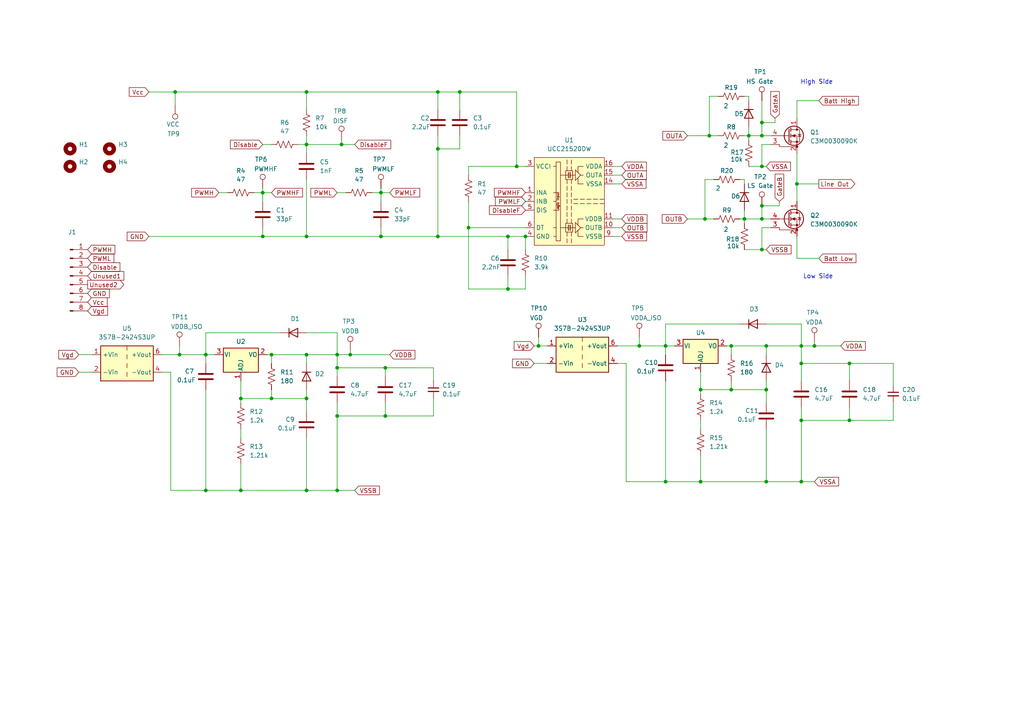
<source format=kicad_sch>
(kicad_sch (version 20231120) (generator "eeschema") (generator_version "8.0")
  (paper "A4")
  (lib_symbols
    (symbol "Connector:Conn_01x08_Male" (pin_names (offset 1.016) hide)
      (property "Reference" "J" (at 0 10.16 0))
      (property "Value" "Conn_01x08_Male" (at 0 -12.7 0))
      (symbol "Conn_01x08_Male_1_1"
        (polyline (pts (xy 1.27 -10.16) (xy 0.8636 -10.16)) (stroke (width 0.1524)))
        (polyline (pts (xy 1.27 -7.62) (xy 0.8636 -7.62)) (stroke (width 0.1524)))
        (polyline (pts (xy 1.27 -5.08) (xy 0.8636 -5.08)) (stroke (width 0.1524)))
        (polyline (pts (xy 1.27 -2.54) (xy 0.8636 -2.54)) (stroke (width 0.1524)))
        (polyline (pts (xy 1.27 0) (xy 0.8636 0)) (stroke (width 0.1524)))
        (polyline (pts (xy 1.27 2.54) (xy 0.8636 2.54)) (stroke (width 0.1524)))
        (polyline (pts (xy 1.27 5.08) (xy 0.8636 5.08)) (stroke (width 0.1524)))
        (polyline (pts (xy 1.27 7.62) (xy 0.8636 7.62)) (stroke (width 0.1524)))
        (rectangle (start 0.8636 -10.033) (end 0 -10.287) (stroke (width 0.1524)) (fill (type outline)))
        (rectangle (start 0.8636 -7.493) (end 0 -7.747) (stroke (width 0.1524)) (fill (type outline)))
        (rectangle (start 0.8636 -4.953) (end 0 -5.207) (stroke (width 0.1524)) (fill (type outline)))
        (rectangle (start 0.8636 -2.413) (end 0 -2.667) (stroke (width 0.1524)) (fill (type outline)))
        (rectangle (start 0.8636 0.127) (end 0 -0.127) (stroke (width 0.1524)) (fill (type outline)))
        (rectangle (start 0.8636 2.667) (end 0 2.413) (stroke (width 0.1524)) (fill (type outline)))
        (rectangle (start 0.8636 5.207) (end 0 4.953) (stroke (width 0.1524)) (fill (type outline)))
        (rectangle (start 0.8636 7.747) (end 0 7.493) (stroke (width 0.1524)) (fill (type outline)))
        (pin passive line (at 5.08 7.62 180) (length 3.81) (name "Pin_1") (number "1"))
        (pin passive line (at 5.08 5.08 180) (length 3.81) (name "Pin_2") (number "2"))
        (pin passive line (at 5.08 2.54 180) (length 3.81) (name "Pin_3") (number "3"))
        (pin passive line (at 5.08 0 180) (length 3.81) (name "Pin_4") (number "4"))
        (pin passive line (at 5.08 -2.54 180) (length 3.81) (name "Pin_5") (number "5"))
        (pin passive line (at 5.08 -5.08 180) (length 3.81) (name "Pin_6") (number "6"))
        (pin passive line (at 5.08 -7.62 180) (length 3.81) (name "Pin_7") (number "7"))
        (pin passive line (at 5.08 -10.16 180) (length 3.81) (name "Pin_8") (number "8"))
      )
    )
    (symbol "Connector:TestPoint" (pin_numbers hide) (pin_names (offset 0.762) hide)
      (property "Reference" "TP" (at 0 6.858 0))
      (property "Value" "TestPoint" (at 0 5.08 0))
      (symbol "TestPoint_0_1"
        (circle (center 0 3.302) (radius 0.762))
      )
      (symbol "TestPoint_1_1"
        (pin passive line (at 0 0 90) (length 2.54) (name "1") (number "1"))
      )
    )
    (symbol "Converter_DCDC:TBA2-2413"
      (property "Reference" "U" (at -6.35 6.35 0))
      (property "Value" "TBA2-2413" (at 2.54 6.35 0))
      (symbol "TBA2-2413_0_1"
        (rectangle (start -7.62 5.08) (end 7.62 -5.08) (stroke (width 0.254)) (fill (type background)))
        (polyline (pts (xy 0 -2.54) (xy 0 -3.81)))
        (polyline (pts (xy 0 0) (xy 0 -1.27)))
        (polyline (pts (xy 0 2.54) (xy 0 1.27)))
        (polyline (pts (xy 0 5.08) (xy 0 3.81)))
      )
      (symbol "TBA2-2413_1_1"
        (pin power_in line (at -10.16 2.54 0) (length 2.54) (name "+Vin") (number "1"))
        (pin power_in line (at -10.16 -2.54 0) (length 2.54) (name "-Vin") (number "2"))
        (pin power_out line (at 10.16 -2.54 180) (length 2.54) (name "-Vout") (number "4"))
        (pin power_out line (at 10.16 2.54 180) (length 2.54) (name "+Vout") (number "6"))
      )
    )
    (symbol "Device:C" (pin_numbers hide) (pin_names (offset 0.254))
      (property "Reference" "C" (at 0.635 2.54 0))
      (property "Value" "C" (at 0.635 -2.54 0))
      (symbol "C_0_1"
        (polyline (pts (xy -2.032 -0.762) (xy 2.032 -0.762)) (stroke (width 0.508)))
        (polyline (pts (xy -2.032 0.762) (xy 2.032 0.762)) (stroke (width 0.508)))
      )
      (symbol "C_1_1"
        (pin passive line (at 0 3.81 270) (length 2.794) (name "~") (number "1"))
        (pin passive line (at 0 -3.81 90) (length 2.794) (name "~") (number "2"))
      )
    )
    (symbol "Device:C_Small" (pin_numbers hide) (pin_names (offset 0.254) hide)
      (property "Reference" "C" (at 0.254 1.778 0))
      (property "Value" "C_Small" (at 0.254 -2.032 0))
      (symbol "C_Small_0_1"
        (polyline (pts (xy -1.524 -0.508) (xy 1.524 -0.508)) (stroke (width 0.3302)))
        (polyline (pts (xy -1.524 0.508) (xy 1.524 0.508)) (stroke (width 0.3048)))
      )
      (symbol "C_Small_1_1"
        (pin passive line (at 0 2.54 270) (length 2.032) (name "~") (number "1"))
        (pin passive line (at 0 -2.54 90) (length 2.032) (name "~") (number "2"))
      )
    )
    (symbol "Device:R_US" (pin_numbers hide) (pin_names (offset 0))
      (property "Reference" "R" (at 2.54 0 90))
      (property "Value" "R_US" (at -2.54 0 90))
      (symbol "R_US_0_1"
        (polyline (pts (xy 0 -2.286) (xy 0 -2.54)))
        (polyline (pts (xy 0 2.286) (xy 0 2.54)))
        (polyline (pts (xy 0 -0.762) (xy 1.016 -1.143) (xy 0 -1.524) (xy -1.016 -1.905) (xy 0 -2.286)))
        (polyline (pts (xy 0 0.762) (xy 1.016 0.381) (xy 0 0) (xy -1.016 -0.381) (xy 0 -0.762)))
        (polyline (pts (xy 0 2.286) (xy 1.016 1.905) (xy 0 1.524) (xy -1.016 1.143) (xy 0 0.762)))
      )
      (symbol "R_US_1_1"
        (pin passive line (at 0 3.81 270) (length 1.27) (name "~") (number "1"))
        (pin passive line (at 0 -3.81 90) (length 1.27) (name "~") (number "2"))
      )
    )
    (symbol "Diode:US1B" (pin_numbers hide) (pin_names hide)
      (property "Reference" "D" (at 0 2.54 0))
      (property "Value" "US1B" (at 0 -2.54 0))
      (symbol "US1B_0_1"
        (polyline (pts (xy -1.27 1.27) (xy -1.27 -1.27)) (stroke (width 0.254)))
        (polyline (pts (xy 1.27 0) (xy -1.27 0)))
        (polyline (pts (xy 1.27 1.27) (xy 1.27 -1.27) (xy -1.27 0) (xy 1.27 1.27)) (stroke (width 0.254)))
      )
      (symbol "US1B_1_1"
        (pin passive line (at -3.81 0 0) (length 2.54) (name "K") (number "1"))
        (pin passive line (at 3.81 0 180) (length 2.54) (name "A") (number "2"))
      )
    )
    (symbol "Driver_FET:UCC21520DW"
      (property "Reference" "U" (at 0 16.51 0))
      (property "Value" "UCC21520DW" (at 0 13.97 0))
      (symbol "UCC21520DW_0_0"
        (polyline (pts (xy -0.635 6.35) (xy -0.635 5.08)))
        (polyline (pts (xy -0.635 10.16) (xy -0.635 8.89)))
        (polyline (pts (xy -0.635 12.065) (xy -0.635 10.795)))
        (polyline (pts (xy -0.254 -7.62) (xy -2.54 -7.62)))
        (polyline (pts (xy -0.254 -6.858) (xy -0.254 -8.382)) (stroke (width 0.254)))
        (polyline (pts (xy -0.254 7.62) (xy -2.54 7.62)))
        (polyline (pts (xy -0.254 8.382) (xy -0.254 6.858)) (stroke (width 0.254)))
        (polyline (pts (xy 0.254 -7.62) (xy 1.778 -7.62)))
        (polyline (pts (xy 0.254 -6.858) (xy 0.254 -8.382)) (stroke (width 0.254)))
        (polyline (pts (xy 0.254 7.62) (xy 1.778 7.62)))
        (polyline (pts (xy 0.254 8.382) (xy 0.254 6.858)) (stroke (width 0.254)))
        (polyline (pts (xy 0.635 6.35) (xy 0.635 5.08)))
        (polyline (pts (xy 0.635 8.89) (xy 0.635 10.16)))
        (polyline (pts (xy 0.635 10.795) (xy 0.635 12.065)))
        (polyline (pts (xy 2.54 -0.635) (xy 1.27 -0.635)))
        (polyline (pts (xy 2.54 0.635) (xy 1.27 0.635)))
        (polyline (pts (xy 4.064 -7.62) (xy 3.302 -7.62)))
        (polyline (pts (xy 4.064 7.62) (xy 3.302 7.62)))
        (polyline (pts (xy 4.445 -0.635) (xy 3.175 -0.635)))
        (polyline (pts (xy 4.445 0.635) (xy 3.175 0.635)))
        (polyline (pts (xy 6.35 -0.635) (xy 5.08 -0.635)))
        (polyline (pts (xy 6.35 0.635) (xy 5.08 0.635)))
        (polyline (pts (xy 8.255 -0.635) (xy 6.985 -0.635)))
        (polyline (pts (xy 8.255 0.635) (xy 6.985 0.635)))
        (polyline (pts (xy 10.16 -0.635) (xy 8.89 -0.635)))
        (polyline (pts (xy 10.16 0.635) (xy 8.89 0.635)))
        (polyline (pts (xy 4.064 -10.16) (xy 2.54 -10.16) (xy 2.54 -8.382)))
        (polyline (pts (xy 4.064 -5.08) (xy 2.54 -5.08) (xy 2.54 -6.858)))
        (polyline (pts (xy 4.064 5.08) (xy 2.54 5.08) (xy 2.54 6.858)))
        (polyline (pts (xy 4.064 10.16) (xy 2.54 10.16) (xy 2.54 8.382)))
        (polyline (pts (xy 3.302 -7.62) (xy 1.778 -9.144) (xy 1.778 -6.096) (xy 3.302 -7.62)))
        (polyline (pts (xy 3.302 7.62) (xy 1.778 6.096) (xy 1.778 9.144) (xy 3.302 7.62)))
        (rectangle (start 1.016 -6.35) (end -1.016 -8.89))
        (rectangle (start 1.016 8.89) (end -1.016 6.35))
        (text "Logic Input" (at -3.302 0 900) (effects (font (size 0.635 0.635))))
      )
      (symbol "UCC21520DW_0_1"
        (rectangle (start -3.81 11.43) (end -2.54 -11.43))
        (polyline (pts (xy -3.81 -10.16) (xy -4.572 -10.16)))
        (polyline (pts (xy -3.81 -7.62) (xy -4.572 -7.62)))
        (polyline (pts (xy -3.81 -2.54) (xy -4.572 -2.54)))
        (polyline (pts (xy -3.81 0) (xy -4.572 0)))
        (polyline (pts (xy -3.81 2.54) (xy -4.572 2.54)))
        (polyline (pts (xy -3.81 10.16) (xy -4.572 10.16)))
        (polyline (pts (xy -0.635 -10.795) (xy -0.635 -12.065)))
        (polyline (pts (xy -0.635 -8.89) (xy -0.635 -10.16)))
        (polyline (pts (xy -0.635 -5.08) (xy -0.635 -6.35)))
        (polyline (pts (xy -0.635 -3.175) (xy -0.635 -4.445)))
        (polyline (pts (xy -0.635 -1.27) (xy -0.635 -2.54)))
        (polyline (pts (xy -0.635 0.635) (xy -0.635 -0.635)))
        (polyline (pts (xy -0.635 2.54) (xy -0.635 1.27)))
        (polyline (pts (xy -0.635 4.445) (xy -0.635 3.175)))
        (polyline (pts (xy 0.635 -10.795) (xy 0.635 -12.065)))
        (polyline (pts (xy 0.635 -8.89) (xy 0.635 -10.16)))
        (polyline (pts (xy 0.635 -5.08) (xy 0.635 -6.35)))
        (polyline (pts (xy 0.635 -3.175) (xy 0.635 -4.445)))
        (polyline (pts (xy 0.635 -1.27) (xy 0.635 -2.54)))
        (polyline (pts (xy 0.635 0.635) (xy 0.635 -0.635)))
        (polyline (pts (xy 0.635 2.54) (xy 0.635 1.27)))
        (polyline (pts (xy 0.635 4.445) (xy 0.635 3.175)))
        (rectangle (start 10.16 12.7) (end -10.16 -12.7) (fill (type background)))
      )
      (symbol "UCC21520DW_1_1"
        (pin input line (at -12.7 2.54 0) (length 2.54) (name "INA") (number "1"))
        (pin output line (at 12.7 -7.62 180) (length 2.54) (name "OUTB") (number "10"))
        (pin power_in line (at 12.7 -5.08 180) (length 2.54) (name "VDDB") (number "11"))
        (pin no_connect line (at 10.16 -2.54 180) (length 2.54) hide (name "NC") (number "12"))
        (pin no_connect line (at 10.16 2.54 180) (length 2.54) hide (name "NC") (number "13"))
        (pin power_in line (at 12.7 5.08 180) (length 2.54) (name "VSSA") (number "14"))
        (pin output line (at 12.7 7.62 180) (length 2.54) (name "OUTA") (number "15"))
        (pin power_in line (at 12.7 10.16 180) (length 2.54) (name "VDDA") (number "16"))
        (pin input line (at -12.7 0 0) (length 2.54) (name "INB") (number "2"))
        (pin power_in line (at -12.7 10.16 0) (length 2.54) (name "VCCI") (number "3"))
        (pin power_in line (at -12.7 -10.16 0) (length 2.54) (name "GND") (number "4"))
        (pin input line (at -12.7 -2.54 0) (length 2.54) (name "DIS") (number "5"))
        (pin passive line (at -12.7 -7.62 0) (length 2.54) (name "DT") (number "6"))
        (pin no_connect line (at -10.16 -5.08 0) (length 2.54) hide (name "NC") (number "7"))
        (pin passive line (at -12.7 10.16 0) (length 2.54) hide (name "VCCI") (number "8"))
        (pin power_in line (at 12.7 -10.16 180) (length 2.54) (name "VSSB") (number "9"))
      )
    )
    (symbol "Mechanical:MountingHole" (pin_names (offset 1.016))
      (property "Reference" "H" (at 0 5.08 0))
      (property "Value" "MountingHole" (at 0 3.175 0))
      (symbol "MountingHole_0_1"
        (circle (center 0 0) (radius 1.27) (stroke (width 1.27)))
      )
    )
    (symbol "Regulator_Linear:LM317_SOT-223" (pin_names (offset 0.254))
      (property "Reference" "U" (at -3.81 3.175 0))
      (property "Value" "LM317_SOT-223" (at 0 3.175 0))
      (symbol "LM317_SOT-223_0_1"
        (rectangle (start -5.08 1.905) (end 5.08 -5.08) (stroke (width 0.254)) (fill (type background)))
      )
      (symbol "LM317_SOT-223_1_1"
        (pin input line (at 0 -7.62 90) (length 2.54) (name "ADJ") (number "1"))
        (pin power_out line (at 7.62 0 180) (length 2.54) (name "VO") (number "2"))
        (pin power_in line (at -7.62 0 0) (length 2.54) (name "VI") (number "3"))
      )
    )
    (symbol "Transistor_FET:C3M0030090K" (pin_names hide)
      (property "Reference" "Q" (at 5.08 1.905 0))
      (property "Value" "C3M0030090K" (at 5.08 0 0))
      (symbol "C3M0030090K_0_1"
        (polyline (pts (xy 0.254 0) (xy -2.54 0)))
        (polyline (pts (xy 0.254 1.905) (xy 0.254 -1.905)) (stroke (width 0.254)))
        (polyline (pts (xy 0.762 -1.27) (xy 0.762 -2.286)) (stroke (width 0.254)))
        (polyline (pts (xy 0.762 0.508) (xy 0.762 -0.508)) (stroke (width 0.254)))
        (polyline (pts (xy 0.762 2.286) (xy 0.762 1.27)) (stroke (width 0.254)))
        (polyline (pts (xy 2.54 2.54) (xy 2.54 1.778)))
        (polyline (pts (xy -2.54 -2.54) (xy -2.54 -3.175) (xy 2.54 -3.175)))
        (polyline (pts (xy 2.54 -2.54) (xy 2.54 0) (xy 0.762 0)))
        (polyline (pts (xy 0.762 -1.778) (xy 3.302 -1.778) (xy 3.302 1.778) (xy 0.762 1.778)))
        (polyline (pts (xy 1.016 0) (xy 2.032 0.381) (xy 2.032 -0.381) (xy 1.016 0)) (fill (type outline)))
        (polyline (pts (xy 2.794 0.508) (xy 2.921 0.381) (xy 3.683 0.381) (xy 3.81 0.254)))
        (polyline (pts (xy 3.302 0.381) (xy 2.921 -0.254) (xy 3.683 -0.254) (xy 3.302 0.381)))
        (circle (center 1.651 0) (radius 2.794) (stroke (width 0.254)))
        (circle (center 2.54 -3.175) (radius 0.2794) (fill (type outline)))
        (circle (center 2.54 -1.778) (radius 0.254) (fill (type outline)))
        (circle (center 2.54 1.778) (radius 0.254) (fill (type outline)))
      )
      (symbol "C3M0030090K_1_1"
        (pin passive line (at 2.54 5.08 270) (length 2.54) (name "D") (number "1"))
        (pin passive line (at 2.54 -5.08 90) (length 2.54) (name "S") (number "2"))
        (pin passive line (at -5.08 -2.54 0) (length 2.54) (name "DS") (number "3"))
        (pin input line (at -5.08 0 0) (length 2.54) (name "G") (number "4"))
      )
    )
  )
  (junction (at 110.49 68.58))
  (junction (at 236.22 100.33))
  (junction (at 52.07 102.87))
  (junction (at 97.79 106.68))
  (junction (at 99.06 41.91))
  (junction (at 220.98 35.56))
  (junction (at 204.47 63.5))
  (junction (at 111.76 120.65))
  (junction (at 232.41 100.33))
  (junction (at 133.35 26.67))
  (junction (at 152.4 68.58))
  (junction (at 59.69 102.87))
  (junction (at 222.25 113.03))
  (junction (at 222.25 139.7))
  (junction (at 232.41 121.92))
  (junction (at 212.09 113.03))
  (junction (at 220.98 48.26))
  (junction (at 246.38 105.41))
  (junction (at 97.79 102.87))
  (junction (at 59.69 142.24))
  (junction (at 220.98 39.37))
  (junction (at 76.2 68.58))
  (junction (at 111.76 106.68))
  (junction (at 127 26.67))
  (junction (at 69.85 142.24))
  (junction (at 193.04 100.33))
  (junction (at 217.17 39.37))
  (junction (at 203.2 139.7))
  (junction (at 88.9 115.57))
  (junction (at 222.25 100.33))
  (junction (at 127 68.58))
  (junction (at 127 43.18))
  (junction (at 110.49 55.88))
  (junction (at 156.21 100.33))
  (junction (at 231.14 53.34))
  (junction (at 220.98 63.5))
  (junction (at 69.85 115.57))
  (junction (at 135.89 66.04))
  (junction (at 97.79 120.65))
  (junction (at 215.9 63.5))
  (junction (at 203.2 113.03))
  (junction (at 185.42 100.33))
  (junction (at 97.79 142.24))
  (junction (at 220.98 72.39))
  (junction (at 88.9 102.87))
  (junction (at 246.38 121.92))
  (junction (at 205.74 39.37))
  (junction (at 193.04 139.7))
  (junction (at 101.6 102.87))
  (junction (at 149.86 48.26))
  (junction (at 147.32 83.82))
  (junction (at 88.9 142.24))
  (junction (at 76.2 55.88))
  (junction (at 88.9 41.91))
  (junction (at 88.9 26.67))
  (junction (at 50.8 26.67))
  (junction (at 78.74 115.57))
  (junction (at 220.98 59.69))
  (junction (at 78.74 102.87))
  (junction (at 232.41 139.7))
  (junction (at 147.32 68.58))
  (junction (at 212.09 100.33))
  (junction (at 232.41 105.41))
  (junction (at 88.9 68.58))
  (wire (pts (xy 97.79 106.68) (xy 97.79 109.22)))
  (wire (pts (xy 246.38 105.41) (xy 232.41 105.41)))
  (wire (pts (xy 217.17 36.83) (xy 217.17 39.37)))
  (wire (pts (xy 135.89 48.26) (xy 149.86 48.26)))
  (wire (pts (xy 110.49 66.04) (xy 110.49 68.58)))
  (wire (pts (xy 259.08 116.84) (xy 259.08 121.92)))
  (wire (pts (xy 193.04 93.98) (xy 193.04 100.33)))
  (wire (pts (xy 135.89 58.42) (xy 135.89 66.04)))
  (wire (pts (xy 222.25 139.7) (xy 203.2 139.7)))
  (wire (pts (xy 215.9 63.5) (xy 215.9 64.77)))
  (wire (pts (xy 205.74 39.37) (xy 199.39 39.37)))
  (wire (pts (xy 59.69 113.03) (xy 59.69 142.24)))
  (wire (pts (xy 97.79 102.87) (xy 97.79 106.68)))
  (wire (pts (xy 217.17 29.21) (xy 217.17 27.94)))
  (wire (pts (xy 214.63 93.98) (xy 193.04 93.98)))
  (wire (pts (xy 88.9 96.52) (xy 97.79 96.52)))
  (wire (pts (xy 217.17 48.26) (xy 220.98 48.26)))
  (wire (pts (xy 220.98 72.39) (xy 222.25 72.39)))
  (wire (pts (xy 73.66 55.88) (xy 76.2 55.88)))
  (wire (pts (xy 135.89 83.82) (xy 147.32 83.82)))
  (wire (pts (xy 147.32 80.01) (xy 147.32 83.82)))
  (wire (pts (xy 152.4 68.58) (xy 152.4 72.39)))
  (wire (pts (xy 76.2 68.58) (xy 88.9 68.58)))
  (wire (pts (xy 212.09 100.33) (xy 212.09 102.87)))
  (wire (pts (xy 52.07 100.33) (xy 52.07 102.87)))
  (wire (pts (xy 204.47 52.07) (xy 204.47 63.5)))
  (wire (pts (xy 203.2 113.03) (xy 203.2 114.3)))
  (wire (pts (xy 203.2 107.95) (xy 203.2 113.03)))
  (wire (pts (xy 177.8 50.8) (xy 180.34 50.8)))
  (wire (pts (xy 215.9 39.37) (xy 217.17 39.37)))
  (wire (pts (xy 231.14 53.34) (xy 237.49 53.34)))
  (wire (pts (xy 125.73 120.65) (xy 111.76 120.65)))
  (wire (pts (xy 88.9 115.57) (xy 78.74 115.57)))
  (wire (pts (xy 69.85 110.49) (xy 69.85 115.57)))
  (wire (pts (xy 88.9 41.91) (xy 88.9 44.45)))
  (wire (pts (xy 232.41 118.11) (xy 232.41 121.92)))
  (wire (pts (xy 231.14 44.45) (xy 231.14 53.34)))
  (wire (pts (xy 69.85 115.57) (xy 69.85 116.84)))
  (wire (pts (xy 76.2 66.04) (xy 76.2 68.58)))
  (wire (pts (xy 220.98 41.91) (xy 220.98 48.26)))
  (wire (pts (xy 246.38 118.11) (xy 246.38 121.92)))
  (wire (pts (xy 88.9 39.37) (xy 88.9 41.91)))
  (wire (pts (xy 220.98 59.69) (xy 220.98 63.5)))
  (wire (pts (xy 127 39.37) (xy 127 43.18)))
  (wire (pts (xy 88.9 102.87) (xy 88.9 105.41)))
  (wire (pts (xy 77.47 102.87) (xy 78.74 102.87)))
  (wire (pts (xy 49.53 142.24) (xy 59.69 142.24)))
  (wire (pts (xy 222.25 110.49) (xy 222.25 113.03)))
  (wire (pts (xy 125.73 115.57) (xy 125.73 120.65)))
  (wire (pts (xy 204.47 63.5) (xy 199.39 63.5)))
  (wire (pts (xy 88.9 31.75) (xy 88.9 26.67)))
  (wire (pts (xy 212.09 113.03) (xy 203.2 113.03)))
  (wire (pts (xy 232.41 139.7) (xy 236.22 139.7)))
  (wire (pts (xy 97.79 120.65) (xy 97.79 142.24)))
  (wire (pts (xy 97.79 55.88) (xy 100.33 55.88)))
  (wire (pts (xy 203.2 139.7) (xy 193.04 139.7)))
  (wire (pts (xy 88.9 41.91) (xy 99.06 41.91)))
  (wire (pts (xy 78.74 102.87) (xy 78.74 105.41)))
  (wire (pts (xy 22.86 107.95) (xy 26.67 107.95)))
  (wire (pts (xy 177.8 53.34) (xy 180.34 53.34)))
  (wire (pts (xy 78.74 115.57) (xy 69.85 115.57)))
  (wire (pts (xy 133.35 26.67) (xy 149.86 26.67)))
  (wire (pts (xy 259.08 111.76) (xy 259.08 105.41)))
  (wire (pts (xy 185.42 100.33) (xy 193.04 100.33)))
  (wire (pts (xy 217.17 27.94) (xy 215.9 27.94)))
  (wire (pts (xy 231.14 53.34) (xy 231.14 58.42)))
  (wire (pts (xy 76.2 54.61) (xy 76.2 55.88)))
  (wire (pts (xy 63.5 55.88) (xy 66.04 55.88)))
  (wire (pts (xy 59.69 96.52) (xy 59.69 102.87)))
  (wire (pts (xy 246.38 121.92) (xy 232.41 121.92)))
  (wire (pts (xy 220.98 48.26) (xy 222.25 48.26)))
  (wire (pts (xy 107.95 55.88) (xy 110.49 55.88)))
  (wire (pts (xy 181.61 105.41) (xy 181.61 139.7)))
  (wire (pts (xy 147.32 68.58) (xy 152.4 68.58)))
  (wire (pts (xy 207.01 63.5) (xy 204.47 63.5)))
  (wire (pts (xy 88.9 102.87) (xy 97.79 102.87)))
  (wire (pts (xy 232.41 105.41) (xy 232.41 110.49)))
  (wire (pts (xy 226.06 59.69) (xy 220.98 59.69)))
  (wire (pts (xy 43.18 68.58) (xy 76.2 68.58)))
  (wire (pts (xy 111.76 106.68) (xy 97.79 106.68)))
  (wire (pts (xy 232.41 100.33) (xy 236.22 100.33)))
  (wire (pts (xy 88.9 52.07) (xy 88.9 68.58)))
  (wire (pts (xy 220.98 29.21) (xy 220.98 35.56)))
  (wire (pts (xy 86.36 41.91) (xy 88.9 41.91)))
  (wire (pts (xy 88.9 26.67) (xy 127 26.67)))
  (wire (pts (xy 203.2 121.92) (xy 203.2 124.46)))
  (wire (pts (xy 207.01 52.07) (xy 204.47 52.07)))
  (wire (pts (xy 231.14 29.21) (xy 237.49 29.21)))
  (wire (pts (xy 81.28 96.52) (xy 59.69 96.52)))
  (wire (pts (xy 259.08 105.41) (xy 246.38 105.41)))
  (wire (pts (xy 110.49 68.58) (xy 127 68.58)))
  (wire (pts (xy 212.09 110.49) (xy 212.09 113.03)))
  (wire (pts (xy 222.25 93.98) (xy 232.41 93.98)))
  (wire (pts (xy 222.25 113.03) (xy 212.09 113.03)))
  (wire (pts (xy 46.99 107.95) (xy 49.53 107.95)))
  (wire (pts (xy 133.35 43.18) (xy 127 43.18)))
  (wire (pts (xy 205.74 27.94) (xy 205.74 39.37)))
  (wire (pts (xy 97.79 142.24) (xy 102.87 142.24)))
  (wire (pts (xy 154.94 100.33) (xy 156.21 100.33)))
  (wire (pts (xy 88.9 115.57) (xy 88.9 119.38)))
  (wire (pts (xy 193.04 100.33) (xy 193.04 102.87)))
  (wire (pts (xy 133.35 26.67) (xy 133.35 31.75)))
  (wire (pts (xy 220.98 35.56) (xy 220.98 39.37)))
  (wire (pts (xy 224.79 35.56) (xy 220.98 35.56)))
  (wire (pts (xy 50.8 26.67) (xy 88.9 26.67)))
  (wire (pts (xy 135.89 50.8) (xy 135.89 48.26)))
  (wire (pts (xy 246.38 110.49) (xy 246.38 105.41)))
  (wire (pts (xy 125.73 110.49) (xy 125.73 106.68)))
  (wire (pts (xy 208.28 27.94) (xy 205.74 27.94)))
  (wire (pts (xy 154.94 105.41) (xy 158.75 105.41)))
  (wire (pts (xy 52.07 102.87) (xy 59.69 102.87)))
  (wire (pts (xy 99.06 40.64) (xy 99.06 41.91)))
  (wire (pts (xy 231.14 68.58) (xy 231.14 74.93)))
  (wire (pts (xy 215.9 53.34) (xy 215.9 52.07)))
  (wire (pts (xy 177.8 68.58) (xy 180.34 68.58)))
  (wire (pts (xy 217.17 39.37) (xy 220.98 39.37)))
  (wire (pts (xy 232.41 100.33) (xy 232.41 105.41)))
  (wire (pts (xy 224.79 34.29) (xy 224.79 35.56)))
  (wire (pts (xy 50.8 26.67) (xy 50.8 30.48)))
  (wire (pts (xy 127 43.18) (xy 127 68.58)))
  (wire (pts (xy 232.41 93.98) (xy 232.41 100.33)))
  (wire (pts (xy 220.98 41.91) (xy 223.52 41.91)))
  (wire (pts (xy 220.98 63.5) (xy 223.52 63.5)))
  (wire (pts (xy 156.21 97.79) (xy 156.21 100.33)))
  (wire (pts (xy 152.4 66.04) (xy 135.89 66.04)))
  (wire (pts (xy 43.18 26.67) (xy 50.8 26.67)))
  (wire (pts (xy 222.25 100.33) (xy 222.25 102.87)))
  (wire (pts (xy 111.76 120.65) (xy 97.79 120.65)))
  (wire (pts (xy 78.74 113.03) (xy 78.74 115.57)))
  (wire (pts (xy 46.99 102.87) (xy 52.07 102.87)))
  (wire (pts (xy 101.6 101.6) (xy 101.6 102.87)))
  (wire (pts (xy 149.86 48.26) (xy 149.86 26.67)))
  (wire (pts (xy 156.21 100.33) (xy 158.75 100.33)))
  (wire (pts (xy 208.28 39.37) (xy 205.74 39.37)))
  (wire (pts (xy 193.04 100.33) (xy 195.58 100.33)))
  (wire (pts (xy 99.06 41.91) (xy 102.87 41.91)))
  (wire (pts (xy 127 68.58) (xy 147.32 68.58)))
  (wire (pts (xy 179.07 105.41) (xy 181.61 105.41)))
  (wire (pts (xy 97.79 102.87) (xy 101.6 102.87)))
  (wire (pts (xy 222.25 124.46) (xy 222.25 139.7)))
  (wire (pts (xy 88.9 127) (xy 88.9 142.24)))
  (wire (pts (xy 152.4 83.82) (xy 152.4 80.01)))
  (wire (pts (xy 97.79 142.24) (xy 88.9 142.24)))
  (wire (pts (xy 78.74 102.87) (xy 88.9 102.87)))
  (wire (pts (xy 147.32 68.58) (xy 147.32 72.39)))
  (wire (pts (xy 222.25 100.33) (xy 232.41 100.33)))
  (wire (pts (xy 220.98 66.04) (xy 223.52 66.04)))
  (wire (pts (xy 215.9 60.96) (xy 215.9 63.5)))
  (wire (pts (xy 232.41 139.7) (xy 222.25 139.7)))
  (wire (pts (xy 127 31.75) (xy 127 26.67)))
  (wire (pts (xy 236.22 99.06) (xy 236.22 100.33)))
  (wire (pts (xy 111.76 109.22) (xy 111.76 106.68)))
  (wire (pts (xy 152.4 48.26) (xy 149.86 48.26)))
  (wire (pts (xy 177.8 66.04) (xy 180.34 66.04)))
  (wire (pts (xy 127 26.67) (xy 133.35 26.67)))
  (wire (pts (xy 76.2 55.88) (xy 78.74 55.88)))
  (wire (pts (xy 177.8 63.5) (xy 180.34 63.5)))
  (wire (pts (xy 215.9 72.39) (xy 220.98 72.39)))
  (wire (pts (xy 76.2 55.88) (xy 76.2 58.42)))
  (wire (pts (xy 97.79 96.52) (xy 97.79 102.87)))
  (wire (pts (xy 22.86 102.87) (xy 26.67 102.87)))
  (wire (pts (xy 210.82 100.33) (xy 212.09 100.33)))
  (wire (pts (xy 69.85 134.62) (xy 69.85 142.24)))
  (wire (pts (xy 185.42 97.79) (xy 185.42 100.33)))
  (wire (pts (xy 110.49 55.88) (xy 113.03 55.88)))
  (wire (pts (xy 49.53 107.95) (xy 49.53 142.24)))
  (wire (pts (xy 231.14 29.21) (xy 231.14 34.29)))
  (wire (pts (xy 220.98 39.37) (xy 223.52 39.37)))
  (wire (pts (xy 133.35 39.37) (xy 133.35 43.18)))
  (wire (pts (xy 226.06 58.42) (xy 226.06 59.69)))
  (wire (pts (xy 203.2 132.08) (xy 203.2 139.7)))
  (wire (pts (xy 110.49 54.61) (xy 110.49 55.88)))
  (wire (pts (xy 110.49 55.88) (xy 110.49 58.42)))
  (wire (pts (xy 177.8 48.26) (xy 180.34 48.26)))
  (wire (pts (xy 88.9 113.03) (xy 88.9 115.57)))
  (wire (pts (xy 111.76 116.84) (xy 111.76 120.65)))
  (wire (pts (xy 147.32 83.82) (xy 152.4 83.82)))
  (wire (pts (xy 220.98 66.04) (xy 220.98 72.39)))
  (wire (pts (xy 88.9 142.24) (xy 69.85 142.24)))
  (wire (pts (xy 214.63 63.5) (xy 215.9 63.5)))
  (wire (pts (xy 181.61 139.7) (xy 193.04 139.7)))
  (wire (pts (xy 125.73 106.68) (xy 111.76 106.68)))
  (wire (pts (xy 222.25 113.03) (xy 222.25 116.84)))
  (wire (pts (xy 97.79 116.84) (xy 97.79 120.65)))
  (wire (pts (xy 69.85 142.24) (xy 59.69 142.24)))
  (wire (pts (xy 236.22 100.33) (xy 243.84 100.33)))
  (wire (pts (xy 193.04 110.49) (xy 193.04 139.7)))
  (wire (pts (xy 215.9 63.5) (xy 220.98 63.5)))
  (wire (pts (xy 231.14 74.93) (xy 237.49 74.93)))
  (wire (pts (xy 88.9 68.58) (xy 110.49 68.58)))
  (wire (pts (xy 101.6 102.87) (xy 113.03 102.87)))
  (wire (pts (xy 135.89 66.04) (xy 135.89 83.82)))
  (wire (pts (xy 232.41 121.92) (xy 232.41 139.7)))
  (wire (pts (xy 259.08 121.92) (xy 246.38 121.92)))
  (wire (pts (xy 217.17 39.37) (xy 217.17 40.64)))
  (wire (pts (xy 69.85 124.46) (xy 69.85 127)))
  (wire (pts (xy 59.69 102.87) (xy 59.69 105.41)))
  (wire (pts (xy 76.2 41.91) (xy 78.74 41.91)))
  (wire (pts (xy 212.09 100.33) (xy 222.25 100.33)))
  (wire (pts (xy 215.9 52.07) (xy 214.63 52.07)))
  (wire (pts (xy 59.69 102.87) (xy 62.23 102.87)))
  (wire (pts (xy 179.07 100.33) (xy 185.42 100.33)))
  (text "High Side" (at 232.156 24.638 0) (effects (font (size 1.27 1.27)) (justify left bottom)))
  (text "Low Side" (at 232.918 81.026 0) (effects (font (size 1.27 1.27)) (justify left bottom)))
  (global_label "DisableF" (shape input) (at 152.4 60.96 180) (property "Intersheetrefs" "${INTERSHEET_REFS}" (effects (hide yes))))
  (global_label "Vgd" (shape input) (at 22.86 102.87 180) (property "Intersheetrefs" "${INTERSHEET_REFS}" (effects (hide yes))))
  (global_label "Vgd" (shape input) (at 25.4 90.17 0) (property "Intersheetrefs" "${INTERSHEET_REFS}" (effects (hide yes))))
  (global_label "PWMH" (shape input) (at 63.5 55.88 180) (property "Intersheetrefs" "${INTERSHEET_REFS}" (effects (hide yes))))
  (global_label "Batt High" (shape input) (at 237.49 29.21 0) (property "Intersheetrefs" "${INTERSHEET_REFS}" (effects (hide yes))))
  (global_label "VSSA" (shape input) (at 236.22 139.7 0) (property "Intersheetrefs" "${INTERSHEET_REFS}" (effects (hide yes))))
  (global_label "Batt Low" (shape input) (at 237.49 74.93 0) (property "Intersheetrefs" "${INTERSHEET_REFS}" (effects (hide yes))))
  (global_label "GateB" (shape input) (at 226.06 58.42 90) (property "Intersheetrefs" "${INTERSHEET_REFS}" (effects (hide yes))))
  (global_label "VSSB" (shape input) (at 222.25 72.39 0) (property "Intersheetrefs" "${INTERSHEET_REFS}" (effects (hide yes))))
  (global_label "VDDB" (shape input) (at 113.03 102.87 0) (property "Intersheetrefs" "${INTERSHEET_REFS}" (effects (hide yes))))
  (global_label "Vcc" (shape input) (at 43.18 26.67 180) (property "Intersheetrefs" "${INTERSHEET_REFS}" (effects (hide yes))))
  (global_label "Unused2" (shape output) (at 25.4 82.55 0) (property "Intersheetrefs" "${INTERSHEET_REFS}" (effects (hide yes))))
  (global_label "OUTA" (shape input) (at 199.39 39.37 180) (property "Intersheetrefs" "${INTERSHEET_REFS}" (effects (hide yes))))
  (global_label "PWMHF" (shape input) (at 78.74 55.88 0) (property "Intersheetrefs" "${INTERSHEET_REFS}" (effects (hide yes))))
  (global_label "OUTB" (shape input) (at 199.39 63.5 180) (property "Intersheetrefs" "${INTERSHEET_REFS}" (effects (hide yes))))
  (global_label "PWML" (shape input) (at 97.79 55.88 180) (property "Intersheetrefs" "${INTERSHEET_REFS}" (effects (hide yes))))
  (global_label "VSSA" (shape input) (at 180.34 53.34 0) (property "Intersheetrefs" "${INTERSHEET_REFS}" (effects (hide yes))))
  (global_label "VSSA" (shape input) (at 222.25 48.26 0) (property "Intersheetrefs" "${INTERSHEET_REFS}" (effects (hide yes))))
  (global_label "PWMLF" (shape input) (at 113.03 55.88 0) (property "Intersheetrefs" "${INTERSHEET_REFS}" (effects (hide yes))))
  (global_label "GND" (shape input) (at 25.4 85.09 0) (property "Intersheetrefs" "${INTERSHEET_REFS}" (effects (hide yes))))
  (global_label "Vcc" (shape input) (at 25.4 87.63 0) (property "Intersheetrefs" "${INTERSHEET_REFS}" (effects (hide yes))))
  (global_label "GateA" (shape input) (at 224.79 34.29 90) (property "Intersheetrefs" "${INTERSHEET_REFS}" (effects (hide yes))))
  (global_label "VSSB" (shape input) (at 102.87 142.24 0) (property "Intersheetrefs" "${INTERSHEET_REFS}" (effects (hide yes))))
  (global_label "Disable" (shape input) (at 25.4 77.47 0) (property "Intersheetrefs" "${INTERSHEET_REFS}" (effects (hide yes))))
  (global_label "PWMH" (shape input) (at 25.4 72.39 0) (property "Intersheetrefs" "${INTERSHEET_REFS}" (effects (hide yes))))
  (global_label "OUTB" (shape input) (at 180.34 66.04 0) (property "Intersheetrefs" "${INTERSHEET_REFS}" (effects (hide yes))))
  (global_label "GND" (shape input) (at 22.86 107.95 180) (property "Intersheetrefs" "${INTERSHEET_REFS}" (effects (hide yes))))
  (global_label "Vgd" (shape input) (at 154.94 100.33 180) (property "Intersheetrefs" "${INTERSHEET_REFS}" (effects (hide yes))))
  (global_label "Line Out" (shape output) (at 237.49 53.34 0) (property "Intersheetrefs" "${INTERSHEET_REFS}" (effects (hide yes))))
  (global_label "OUTA" (shape input) (at 180.34 50.8 0) (property "Intersheetrefs" "${INTERSHEET_REFS}" (effects (hide yes))))
  (global_label "PWMLF" (shape input) (at 152.4 58.42 180) (property "Intersheetrefs" "${INTERSHEET_REFS}" (effects (hide yes))))
  (global_label "PWML" (shape input) (at 25.4 74.93 0) (property "Intersheetrefs" "${INTERSHEET_REFS}" (effects (hide yes))))
  (global_label "Unused1" (shape input) (at 25.4 80.01 0) (property "Intersheetrefs" "${INTERSHEET_REFS}" (effects (hide yes))))
  (global_label "Disable" (shape input) (at 76.2 41.91 180) (property "Intersheetrefs" "${INTERSHEET_REFS}" (effects (hide yes))))
  (global_label "GND" (shape input) (at 154.94 105.41 180) (property "Intersheetrefs" "${INTERSHEET_REFS}" (effects (hide yes))))
  (global_label "VDDB" (shape input) (at 180.34 63.5 0) (property "Intersheetrefs" "${INTERSHEET_REFS}" (effects (hide yes))))
  (global_label "VDDA" (shape input) (at 180.34 48.26 0) (property "Intersheetrefs" "${INTERSHEET_REFS}" (effects (hide yes))))
  (global_label "VSSB" (shape input) (at 180.34 68.58 0) (property "Intersheetrefs" "${INTERSHEET_REFS}" (effects (hide yes))))
  (global_label "GND" (shape input) (at 43.18 68.58 180) (property "Intersheetrefs" "${INTERSHEET_REFS}" (effects (hide yes))))
  (global_label "DisableF" (shape input) (at 102.87 41.91 0) (property "Intersheetrefs" "${INTERSHEET_REFS}" (effects (hide yes))))
  (global_label "PWMHF" (shape input) (at 152.4 55.88 180) (property "Intersheetrefs" "${INTERSHEET_REFS}" (effects (hide yes))))
  (global_label "VDDA" (shape input) (at 243.84 100.33 0) (property "Intersheetrefs" "${INTERSHEET_REFS}" (effects (hide yes))))
  (symbol (lib_id "Device:R_US") (at 69.85 55.88 270) (unit 1)
    (property "Reference" "R4" (at 69.85 49.53 90))
    (property "Value" "47" (at 69.85 52.07 90))
    (property "Footprint" "Resistor_SMD:R_0805_2012Metric_Pad1.20x1.40mm_HandSolder" (effects (hide yes)))
  )
  (symbol (lib_id "Device:R_US") (at 215.9 68.58 180) (unit 1)
    (property "Reference" "R18" (at 210.566 69.342 0) (effects (justify right)))
    (property "Value" "10k" (at 210.82 71.374 0) (effects (justify right)))
    (property "Footprint" "Resistor_SMD:R_0805_2012Metric_Pad1.20x1.40mm_HandSolder" (effects (hide yes)))
  )
  (symbol (lib_id "Device:C_Small") (at 259.08 114.3 0) (unit 1)
    (property "Reference" "C20" (at 261.62 113.0362 0) (effects (justify left)))
    (property "Value" "0.1uF" (at 261.62 115.5762 0) (effects (justify left)))
    (property "Footprint" "Capacitor_SMD:C_0805_2012Metric_Pad1.18x1.45mm_HandSolder" (effects (hide yes)))
  )
  (symbol (lib_id "Connector:TestPoint") (at 101.6 101.6 0) (unit 1)
    (property "Reference" "TP3" (at 99.314 93.218 0) (effects (justify left)))
    (property "Value" "VDDB" (at 99.06 96.012 0) (effects (justify left)))
    (property "Footprint" "TestPoint:TestPoint_Pad_4.0x4.0mm" (effects (hide yes)))
    (property "Description" "test point" (effects (hide yes)))
  )
  (symbol (lib_id "Connector:TestPoint") (at 50.8 30.48 0) (mirror x) (unit 1)
    (property "Reference" "TP9" (at 48.514 38.862 0) (effects (justify left)))
    (property "Value" "VCC" (at 48.26 36.068 0) (effects (justify left)))
    (property "Footprint" "TestPoint:TestPoint_Pad_4.0x4.0mm" (effects (hide yes)))
    (property "Description" "test point" (effects (hide yes)))
  )
  (symbol (lib_id "Connector:TestPoint") (at 156.21 97.79 0) (unit 1)
    (property "Reference" "TP10" (at 153.924 89.408 0) (effects (justify left)))
    (property "Value" "VGD" (at 153.67 92.202 0) (effects (justify left)))
    (property "Footprint" "TestPoint:TestPoint_Pad_4.0x4.0mm" (effects (hide yes)))
    (property "Description" "test point" (effects (hide yes)))
  )
  (symbol (lib_id "Device:C") (at 127 35.56 0) (unit 1)
    (property "Reference" "C2" (at 121.92 34.29 0) (effects (justify left)))
    (property "Value" "2.2uF" (at 119.38 36.83 0) (effects (justify left)))
    (property "Footprint" "Capacitor_Tantalum_SMD:CP_EIA-6032-20_AVX-F_Pad2.25x2.35mm_HandSolder" (effects (hide yes)))
  )
  (symbol (lib_id "Diode:US1B") (at 85.09 96.52 0) (unit 1)
    (property "Reference" "D1" (at 85.598 92.456 0))
    (property "Value" "US1B" (effects (hide yes)))
    (property "Footprint" "Diode_SMD:D_0805_2012Metric_Pad1.15x1.40mm_HandSolder" (effects (hide yes)))
    (property "Datasheet" "https://www.diodes.com/assets/Datasheets/ds16008.pdf" (effects (hide yes)))
    (property "Description" "100V, 1A, General Purpose Rectifier Diode, SMA(DO-214AC)" (effects (hide yes)))
    (property "Sim.Device" "D" (effects (hide yes)))
    (property "Sim.Pins" "1=K 2=A" (effects (hide yes)))
  )
  (symbol (lib_id "Connector:TestPoint") (at 52.07 100.33 0) (unit 1)
    (property "Reference" "TP11" (at 49.784 91.948 0) (effects (justify left)))
    (property "Value" "VDDB_ISO" (at 49.53 94.742 0) (effects (justify left)))
    (property "Footprint" "TestPoint:TestPoint_Pad_4.0x4.0mm" (effects (hide yes)))
    (property "Description" "test point" (effects (hide yes)))
  )
  (symbol (lib_id "Device:R_US") (at 69.85 120.65 180) (unit 1)
    (property "Reference" "R12" (at 72.39 119.3799 0) (effects (justify right)))
    (property "Value" "1.2k" (at 72.39 121.9199 0) (effects (justify right)))
    (property "Footprint" "Resistor_SMD:R_0805_2012Metric_Pad1.20x1.40mm_HandSolder" (effects (hide yes)))
  )
  (symbol (lib_id "Device:C") (at 193.04 106.68 0) (unit 1)
    (property "Reference" "C10" (at 186.944 105.156 0) (effects (justify left)))
    (property "Value" "0.1uF" (at 184.658 107.696 0) (effects (justify left)))
    (property "Footprint" "Capacitor_SMD:C_0805_2012Metric_Pad1.18x1.45mm_HandSolder" (effects (hide yes)))
  )
  (symbol (lib_id "Device:R_US") (at 88.9 35.56 180) (unit 1)
    (property "Reference" "R7" (at 91.44 34.2899 0) (effects (justify right)))
    (property "Value" "10k" (at 91.44 36.8299 0) (effects (justify right)))
    (property "Footprint" "Resistor_SMD:R_0805_2012Metric_Pad1.20x1.40mm_HandSolder" (effects (hide yes)))
  )
  (symbol (lib_id "Device:C") (at 88.9 123.19 0) (unit 1)
    (property "Reference" "C9" (at 82.804 121.666 0) (effects (justify left)))
    (property "Value" "0.1uF" (at 80.518 124.206 0) (effects (justify left)))
    (property "Footprint" "Capacitor_SMD:C_0805_2012Metric_Pad1.18x1.45mm_HandSolder" (effects (hide yes)))
  )
  (symbol (lib_id "Device:R_US") (at 217.17 44.45 180) (unit 1)
    (property "Reference" "R17" (at 211.836 44.196 0) (effects (justify right)))
    (property "Value" "10k" (at 211.836 46.228 0) (effects (justify right)))
    (property "Footprint" "Resistor_SMD:R_0805_2012Metric_Pad1.20x1.40mm_HandSolder" (effects (hide yes)))
  )
  (symbol (lib_id "Transistor_FET:C3M0030090K") (at 228.6 63.5 0) (unit 1)
    (property "Reference" "Q2" (at 234.95 62.4966 0) (effects (justify left)))
    (property "Value" "C3M0030090K" (at 234.95 65.0366 0) (effects (justify left)))
    (property "Footprint" "Package_TO_SOT_THT:TO-247-4_Vertical" (effects (hide yes)))
    (property "Datasheet" "https://www.wolfspeed.com/media/downloads/1185/C3M0030090K.pdf" (effects (hide yes)))
  )
  (symbol (lib_id "Device:R_US") (at 212.09 39.37 270) (unit 1)
    (property "Reference" "R8" (at 212.09 36.83 90))
    (property "Value" "2" (at 210.566 42.164 90))
    (property "Footprint" "Resistor_SMD:R_2512_6332Metric_Pad1.40x3.35mm_HandSolder" (effects (hide yes)))
  )
  (symbol (lib_id "Device:C") (at 110.49 62.23 0) (unit 1)
    (property "Reference" "C4" (at 114.3 60.9599 0) (effects (justify left)))
    (property "Value" "33pF" (at 114.3 63.4999 0) (effects (justify left)))
    (property "Footprint" "Capacitor_SMD:C_0805_2012Metric_Pad1.18x1.45mm_HandSolder" (effects (hide yes)))
  )
  (symbol (lib_id "Mechanical:MountingHole") (at 31.75 48.26 0) (unit 1)
    (property "Reference" "H4" (at 34.29 46.9899 0) (effects (justify left)))
    (property "Value" "MountingHole" (effects (hide yes)))
    (property "Footprint" "MountingHole:MountingHole_2.7mm" (effects (hide yes)))
  )
  (symbol (lib_id "Device:R_US") (at 69.85 130.81 180) (unit 1)
    (property "Reference" "R13" (at 72.39 129.5399 0) (effects (justify right)))
    (property "Value" "1.21k" (at 72.39 132.0799 0) (effects (justify right)))
    (property "Footprint" "Resistor_SMD:R_0805_2012Metric_Pad1.20x1.40mm_HandSolder" (effects (hide yes)))
  )
  (symbol (lib_id "Device:R_US") (at 203.2 128.27 180) (unit 1)
    (property "Reference" "R15" (at 205.74 126.9999 0) (effects (justify right)))
    (property "Value" "1.21k" (at 205.74 129.5399 0) (effects (justify right)))
    (property "Footprint" "Resistor_SMD:R_0805_2012Metric_Pad1.20x1.40mm_HandSolder" (effects (hide yes)))
  )
  (symbol (lib_id "Connector:Conn_01x08_Male") (at 20.32 80.01 0) (unit 1)
    (property "Reference" "J1" (at 20.955 67.31 0))
    (property "Value" "Conn_01x08_Male" (effects (hide yes)))
    (property "Footprint" "Connector_PinHeader_2.54mm:PinHeader_1x08_P2.54mm_Vertical" (effects (hide yes)))
  )
  (symbol (lib_id "Device:R_US") (at 210.82 52.07 270) (unit 1)
    (property "Reference" "R20" (at 210.82 49.53 90))
    (property "Value" "2" (at 208.28 54.61 90))
    (property "Footprint" "Resistor_SMD:R_2512_6332Metric_Pad1.40x3.35mm_HandSolder" (effects (hide yes)))
  )
  (symbol (lib_id "Mechanical:MountingHole") (at 20.32 48.26 0) (unit 1)
    (property "Reference" "H2" (at 22.86 46.9899 0) (effects (justify left)))
    (property "Value" "MountingHole" (effects (hide yes)))
    (property "Footprint" "MountingHole:MountingHole_2.7mm_M2.5_Pad_TopBottom" (effects (hide yes)))
  )
  (symbol (lib_id "Connector:TestPoint") (at 220.98 59.69 0) (unit 1)
    (property "Reference" "TP2" (at 218.694 51.308 0) (effects (justify left)))
    (property "Value" "LS Gate" (at 216.662 53.848 0) (effects (justify left)))
    (property "Footprint" "TestPoint:TestPoint_Pad_4.0x4.0mm" (effects (hide yes)))
    (property "Description" "test point" (effects (hide yes)))
  )
  (symbol (lib_id "Device:R_US") (at 135.89 54.61 180) (unit 1)
    (property "Reference" "R1" (at 138.43 53.3399 0) (effects (justify right)))
    (property "Value" "47" (at 138.43 55.8799 0) (effects (justify right)))
    (property "Footprint" "Resistor_SMD:R_0805_2012Metric_Pad1.20x1.40mm_HandSolder" (effects (hide yes)))
  )
  (symbol (lib_id "Diode:US1B") (at 222.25 106.68 270) (unit 1)
    (property "Reference" "D4" (at 226.06 105.918 90))
    (property "Value" "US1B" (effects (hide yes)))
    (property "Footprint" "Diode_SMD:D_0805_2012Metric_Pad1.15x1.40mm_HandSolder" (effects (hide yes)))
    (property "Datasheet" "https://www.diodes.com/assets/Datasheets/ds16008.pdf" (effects (hide yes)))
    (property "Description" "100V, 1A, General Purpose Rectifier Diode, SMA(DO-214AC)" (effects (hide yes)))
    (property "Sim.Device" "D" (effects (hide yes)))
    (property "Sim.Pins" "1=K 2=A" (effects (hide yes)))
  )
  (symbol (lib_id "Diode:US1B") (at 215.9 57.15 270) (unit 1)
    (property "Reference" "D6" (at 213.36 56.896 90))
    (property "Value" "US1B" (effects (hide yes)))
    (property "Footprint" "Diode_SMD:D_SMA" (effects (hide yes)))
    (property "Datasheet" "https://www.diodes.com/assets/Datasheets/ds16008.pdf" (effects (hide yes)))
    (property "Description" "100V, 1A, General Purpose Rectifier Diode, SMA(DO-214AC)" (effects (hide yes)))
    (property "Sim.Device" "D" (effects (hide yes)))
    (property "Sim.Pins" "1=K 2=A" (effects (hide yes)))
  )
  (symbol (lib_id "Device:R_US") (at 78.74 109.22 180) (unit 1)
    (property "Reference" "R11" (at 81.28 107.9499 0) (effects (justify right)))
    (property "Value" "180" (at 81.28 110.4899 0) (effects (justify right)))
    (property "Footprint" "Resistor_SMD:R_0805_2012Metric_Pad1.20x1.40mm_HandSolder" (effects (hide yes)))
  )
  (symbol (lib_id "Device:C") (at 147.32 76.2 0) (unit 1)
    (property "Reference" "C6" (at 142.24 74.93 0) (effects (justify left)))
    (property "Value" "2.2nF" (at 139.7 77.47 0) (effects (justify left)))
    (property "Footprint" "Capacitor_SMD:C_0805_2012Metric" (effects (hide yes)))
  )
  (symbol (lib_id "Driver_FET:UCC21520DW") (at 165.1 58.42 0) (unit 1)
    (property "Reference" "U1" (at 165.1 40.64 0))
    (property "Value" "UCC21520DW" (at 165.1 43.18 0))
    (property "Footprint" "HBD1E:SOIC-16W_7.5x10.3mm_P1.27mm_no_pins_12_13" (effects (hide yes)))
    (property "Datasheet" "http://www.ti.com/lit/ds/symlink/ucc21520.pdf" (effects (hide yes)))
    (property "Description" "Isolated Dual-Channel Gate Driver, Output Current 4.0/6.0A, 5.7kV Isolation, 8V UVLO, SOIC-16W" (effects (hide yes)))
  )
  (symbol (lib_id "Device:R_US") (at 203.2 118.11 180) (unit 1)
    (property "Reference" "R14" (at 205.74 116.8399 0) (effects (justify right)))
    (property "Value" "1.2k" (at 205.74 119.3799 0) (effects (justify right)))
    (property "Footprint" "Resistor_SMD:R_0805_2012Metric_Pad1.20x1.40mm_HandSolder" (effects (hide yes)))
  )
  (symbol (lib_id "Diode:US1B") (at 218.44 93.98 0) (unit 1)
    (property "Reference" "D3" (at 218.694 89.662 0))
    (property "Value" "US1B" (effects (hide yes)))
    (property "Footprint" "Diode_SMD:D_0805_2012Metric_Pad1.15x1.40mm_HandSolder" (effects (hide yes)))
    (property "Datasheet" "https://www.diodes.com/assets/Datasheets/ds16008.pdf" (effects (hide yes)))
    (property "Description" "100V, 1A, General Purpose Rectifier Diode, SMA(DO-214AC)" (effects (hide yes)))
    (property "Sim.Device" "D" (effects (hide yes)))
    (property "Sim.Pins" "1=K 2=A" (effects (hide yes)))
  )
  (symbol (lib_id "Connector:TestPoint") (at 220.98 29.21 0) (unit 1)
    (property "Reference" "TP1" (at 218.694 20.828 0) (effects (justify left)))
    (property "Value" "HS Gate" (at 216.408 23.622 0) (effects (justify left)))
    (property "Footprint" "TestPoint:TestPoint_Pad_4.0x4.0mm" (effects (hide yes)))
    (property "Description" "test point" (effects (hide yes)))
  )
  (symbol (lib_id "Device:R_US") (at 104.14 55.88 270) (unit 1)
    (property "Reference" "R5" (at 104.14 49.53 90))
    (property "Value" "47" (at 104.14 52.07 90))
    (property "Footprint" "Resistor_SMD:R_0805_2012Metric_Pad1.20x1.40mm_HandSolder" (effects (hide yes)))
  )
  (symbol (lib_id "Device:C") (at 97.79 113.03 0) (unit 1)
    (property "Reference" "C8" (at 101.6 111.7599 0) (effects (justify left)))
    (property "Value" "4.7uF" (at 101.6 114.2999 0) (effects (justify left)))
    (property "Footprint" "Capacitor_SMD:C_1210_3225Metric" (effects (hide yes)))
  )
  (symbol (lib_id "Connector:TestPoint") (at 236.22 99.06 0) (unit 1)
    (property "Reference" "TP4" (at 233.934 90.678 0) (effects (justify left)))
    (property "Value" "VDDA" (at 233.68 93.472 0) (effects (justify left)))
    (property "Footprint" "TestPoint:TestPoint_Pad_4.0x4.0mm" (effects (hide yes)))
    (property "Description" "test point" (effects (hide yes)))
  )
  (symbol (lib_id "Mechanical:MountingHole") (at 31.75 43.18 0) (unit 1)
    (property "Reference" "H3" (at 34.29 41.9099 0) (effects (justify left)))
    (property "Value" "MountingHole" (effects (hide yes)))
    (property "Footprint" "MountingHole:MountingHole_2.7mm" (effects (hide yes)))
  )
  (symbol (lib_id "Device:C") (at 246.38 114.3 0) (unit 1)
    (property "Reference" "C18" (at 250.19 113.0299 0) (effects (justify left)))
    (property "Value" "4.7uF" (at 250.19 115.5699 0) (effects (justify left)))
    (property "Footprint" "Capacitor_SMD:C_1210_3225Metric" (effects (hide yes)))
  )
  (symbol (lib_id "Device:R_US") (at 152.4 76.2 180) (unit 1)
    (property "Reference" "R10" (at 154.94 74.9299 0) (effects (justify right)))
    (property "Value" "3.9k" (at 154.94 77.4699 0) (effects (justify right)))
    (property "Footprint" "Resistor_SMD:R_0805_2012Metric_Pad1.20x1.40mm_HandSolder" (effects (hide yes)))
  )
  (symbol (lib_id "Device:C_Small") (at 125.73 113.03 0) (unit 1)
    (property "Reference" "C19" (at 128.27 111.7662 0) (effects (justify left)))
    (property "Value" "0.1uF" (at 128.27 114.3062 0) (effects (justify left)))
    (property "Footprint" "Capacitor_SMD:C_0805_2012Metric_Pad1.18x1.45mm_HandSolder" (effects (hide yes)))
  )
  (symbol (lib_id "Transistor_FET:C3M0030090K") (at 228.6 39.37 0) (unit 1)
    (property "Reference" "Q1" (at 234.95 38.3666 0) (effects (justify left)))
    (property "Value" "C3M0030090K" (at 234.95 40.9066 0) (effects (justify left)))
    (property "Footprint" "Package_TO_SOT_THT:TO-247-4_Vertical" (effects (hide yes)))
    (property "Datasheet" "https://www.wolfspeed.com/media/downloads/1185/C3M0030090K.pdf" (effects (hide yes)))
  )
  (symbol (lib_id "Device:C") (at 88.9 48.26 0) (unit 1)
    (property "Reference" "C5" (at 92.71 46.9899 0) (effects (justify left)))
    (property "Value" "1nF" (at 92.71 49.5299 0) (effects (justify left)))
    (property "Footprint" "Capacitor_SMD:C_0805_2012Metric_Pad1.18x1.45mm_HandSolder" (effects (hide yes)))
  )
  (symbol (lib_id "Converter_DCDC:TBA2-2413") (at 36.83 105.41 0) (unit 1)
    (property "Reference" "U5" (at 36.83 95.25 0))
    (property "Value" "3S7B-2424S3UP" (at 36.83 97.79 0))
    (property "Footprint" "Converter_DCDC:Converter_DCDC_TRACO_TBA2-xxxx_Single_THT" (effects (hide yes)))
    (property "Datasheet" "https://www.tracopower.com/products/tba2.pdf" (effects (hide yes)))
    (property "Description" "2W DC/DC converter unregulated, 21.6-26.4V input, 15V fixed output voltage, 130mA output, 1.5kVDC isolation, SIP-7" (effects (hide yes)))
  )
  (symbol (lib_id "Diode:US1B") (at 217.17 33.02 270) (unit 1)
    (property "Reference" "D5" (at 214.376 33.02 90))
    (property "Value" "US1B" (effects (hide yes)))
    (property "Footprint" "Diode_SMD:D_SMA" (effects (hide yes)))
    (property "Datasheet" "https://www.diodes.com/assets/Datasheets/ds16008.pdf" (effects (hide yes)))
    (property "Description" "100V, 1A, General Purpose Rectifier Diode, SMA(DO-214AC)" (effects (hide yes)))
    (property "Sim.Device" "D" (effects (hide yes)))
    (property "Sim.Pins" "1=K 2=A" (effects (hide yes)))
  )
  (symbol (lib_id "Connector:TestPoint") (at 99.06 40.64 0) (unit 1)
    (property "Reference" "TP8" (at 96.774 32.258 0) (effects (justify left)))
    (property "Value" "DISF" (at 96.52 35.052 0) (effects (justify left)))
    (property "Footprint" "TestPoint:TestPoint_Pad_4.0x4.0mm" (effects (hide yes)))
    (property "Description" "test point" (effects (hide yes)))
  )
  (symbol (lib_id "Device:C") (at 133.35 35.56 0) (unit 1)
    (property "Reference" "C3" (at 137.16 34.2899 0) (effects (justify left)))
    (property "Value" "0.1uF" (at 137.16 36.8299 0) (effects (justify left)))
    (property "Footprint" "Capacitor_SMD:C_0805_2012Metric_Pad1.18x1.45mm_HandSolder" (effects (hide yes)))
  )
  (symbol (lib_id "Device:R_US") (at 212.09 106.68 180) (unit 1)
    (property "Reference" "R16" (at 214.63 105.4099 0) (effects (justify right)))
    (property "Value" "180" (at 214.63 107.9499 0) (effects (justify right)))
    (property "Footprint" "Resistor_SMD:R_0805_2012Metric_Pad1.20x1.40mm_HandSolder" (effects (hide yes)))
  )
  (symbol (lib_id "Connector:TestPoint") (at 76.2 54.61 0) (unit 1)
    (property "Reference" "TP6" (at 73.914 46.228 0) (effects (justify left)))
    (property "Value" "PWMHF" (at 73.66 49.022 0) (effects (justify left)))
    (property "Footprint" "TestPoint:TestPoint_Pad_4.0x4.0mm" (effects (hide yes)))
    (property "Description" "test point" (effects (hide yes)))
  )
  (symbol (lib_id "Device:C") (at 111.76 113.03 0) (unit 1)
    (property "Reference" "C17" (at 115.57 111.7599 0) (effects (justify left)))
    (property "Value" "4.7uF" (at 115.57 114.2999 0) (effects (justify left)))
    (property "Footprint" "Capacitor_SMD:C_1210_3225Metric" (effects (hide yes)))
  )
  (symbol (lib_id "Device:C") (at 76.2 62.23 0) (unit 1)
    (property "Reference" "C1" (at 80.01 60.9599 0) (effects (justify left)))
    (property "Value" "33pF" (at 80.01 63.4999 0) (effects (justify left)))
    (property "Footprint" "Capacitor_SMD:C_0805_2012Metric_Pad1.18x1.45mm_HandSolder" (effects (hide yes)))
  )
  (symbol (lib_id "Device:C") (at 222.25 120.65 0) (unit 1)
    (property "Reference" "C11" (at 216.154 119.126 0) (effects (justify left)))
    (property "Value" "0.1uF" (at 213.868 121.666 0) (effects (justify left)))
    (property "Footprint" "Capacitor_SMD:C_0805_2012Metric_Pad1.18x1.45mm_HandSolder" (effects (hide yes)))
  )
  (symbol (lib_id "Mechanical:MountingHole") (at 20.32 43.18 0) (unit 1)
    (property "Reference" "H1" (at 22.86 41.9099 0) (effects (justify left)))
    (property "Value" "MountingHole" (effects (hide yes)))
    (property "Footprint" "MountingHole:MountingHole_2.7mm_M2.5_Pad_TopBottom" (effects (hide yes)))
  )
  (symbol (lib_id "Regulator_Linear:LM317_SOT-223") (at 69.85 102.87 0) (unit 1)
    (property "Reference" "U2" (at 69.85 99.06 0))
    (property "Value" "LM317_SOT-223" (effects (hide yes)))
    (property "Footprint" "Package_TO_SOT_SMD:SOT-223-3_TabPin2" (effects (hide yes)))
    (property "Datasheet" "http://www.ti.com/lit/ds/symlink/lm317.pdf" (effects (hide yes)))
    (property "Description" "1.5A 35V Adjustable Linear Regulator, SOT-223" (effects (hide yes)))
  )
  (symbol (lib_id "Device:R_US") (at 210.82 63.5 270) (unit 1)
    (property "Reference" "R9" (at 210.82 60.96 90))
    (property "Value" "2" (at 210.566 66.548 90))
    (property "Footprint" "Resistor_SMD:R_2512_6332Metric_Pad1.40x3.35mm_HandSolder" (effects (hide yes)))
  )
  (symbol (lib_id "Device:C") (at 59.69 109.22 0) (unit 1)
    (property "Reference" "C7" (at 53.594 107.696 0) (effects (justify left)))
    (property "Value" "0.1uF" (at 51.308 110.236 0) (effects (justify left)))
    (property "Footprint" "Capacitor_SMD:C_0805_2012Metric_Pad1.18x1.45mm_HandSolder" (effects (hide yes)))
  )
  (symbol (lib_id "Device:R_US") (at 82.55 41.91 270) (unit 1)
    (property "Reference" "R6" (at 82.55 35.56 90))
    (property "Value" "47" (at 82.55 38.1 90))
    (property "Footprint" "Resistor_SMD:R_0805_2012Metric_Pad1.20x1.40mm_HandSolder" (effects (hide yes)))
  )
  (symbol (lib_id "Connector:TestPoint") (at 185.42 97.79 0) (unit 1)
    (property "Reference" "TP5" (at 183.134 89.408 0) (effects (justify left)))
    (property "Value" "VDDA_ISO" (at 182.88 92.202 0) (effects (justify left)))
    (property "Footprint" "TestPoint:TestPoint_Pad_4.0x4.0mm" (effects (hide yes)))
    (property "Description" "test point" (effects (hide yes)))
  )
  (symbol (lib_id "Connector:TestPoint") (at 110.49 54.61 0) (unit 1)
    (property "Reference" "TP7" (at 108.204 46.228 0) (effects (justify left)))
    (property "Value" "PWMLF" (at 107.95 49.022 0) (effects (justify left)))
    (property "Footprint" "TestPoint:TestPoint_Pad_4.0x4.0mm" (effects (hide yes)))
    (property "Description" "test point" (effects (hide yes)))
  )
  (symbol (lib_id "Device:C") (at 232.41 114.3 0) (unit 1)
    (property "Reference" "C16" (at 236.22 113.0299 0) (effects (justify left)))
    (property "Value" "4.7uF" (at 236.22 115.5699 0) (effects (justify left)))
    (property "Footprint" "Capacitor_SMD:C_1210_3225Metric" (effects (hide yes)))
  )
  (symbol (lib_id "Regulator_Linear:LM317_SOT-223") (at 203.2 100.33 0) (unit 1)
    (property "Reference" "U4" (at 203.2 96.52 0))
    (property "Value" "LM317_SOT-223" (effects (hide yes)))
    (property "Footprint" "Package_TO_SOT_SMD:SOT-223-3_TabPin2" (effects (hide yes)))
    (property "Datasheet" "http://www.ti.com/lit/ds/symlink/lm317.pdf" (effects (hide yes)))
    (property "Description" "1.5A 35V Adjustable Linear Regulator, SOT-223" (effects (hide yes)))
  )
  (symbol (lib_id "Device:R_US") (at 212.09 27.94 270) (unit 1)
    (property "Reference" "R19" (at 212.09 25.4 90))
    (property "Value" "2" (at 210.566 30.734 90))
    (property "Footprint" "Resistor_SMD:R_2512_6332Metric_Pad1.40x3.35mm_HandSolder" (effects (hide yes)))
  )
  (symbol (lib_id "Diode:US1B") (at 88.9 109.22 270) (unit 1)
    (property "Reference" "D2" (at 92.71 108.458 90))
    (property "Value" "US1B" (effects (hide yes)))
    (property "Footprint" "Diode_SMD:D_0805_2012Metric_Pad1.15x1.40mm_HandSolder" (effects (hide yes)))
    (property "Datasheet" "https://www.diodes.com/assets/Datasheets/ds16008.pdf" (effects (hide yes)))
    (property "Description" "100V, 1A, General Purpose Rectifier Diode, SMA(DO-214AC)" (effects (hide yes)))
    (property "Sim.Device" "D" (effects (hide yes)))
    (property "Sim.Pins" "1=K 2=A" (effects (hide yes)))
  )
  (symbol (lib_id "Converter_DCDC:TBA2-2413") (at 168.91 102.87 0) (unit 1)
    (property "Reference" "U3" (at 168.91 92.71 0))
    (property "Value" "3S7B-2424S3UP" (at 168.91 95.25 0))
    (property "Footprint" "Converter_DCDC:Converter_DCDC_TRACO_TBA2-xxxx_Single_THT" (effects (hide yes)))
    (property "Datasheet" "https://www.tracopower.com/products/tba2.pdf" (effects (hide yes)))
    (property "Description" "2W DC/DC converter unregulated, 21.6-26.4V input, 15V fixed output voltage, 130mA output, 1.5kVDC isolation, SIP-7" (effects (hide yes)))
  )
)
</source>
